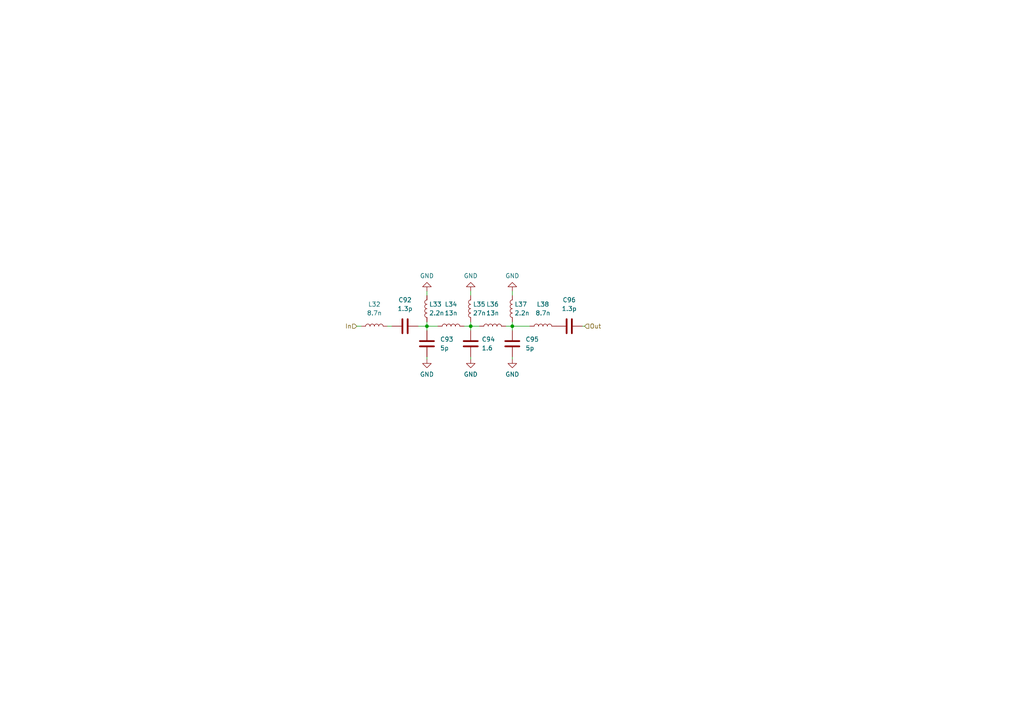
<source format=kicad_sch>
(kicad_sch (version 20211123) (generator eeschema)
  (paper "A4")
  (lib_symbols
    (symbol "Device:C" (pin_numbers hide) (pin_names (offset 0.254))
      (property "Reference" "C" (at 0.635 2.54 0))
      (property "Value" "C" (at 0.635 -2.54 0))
      (symbol "C_0_1"
        (polyline (pts (xy -2.032 -0.762) (xy 2.032 -0.762)) (stroke (width 0.508)))
        (polyline (pts (xy -2.032 0.762) (xy 2.032 0.762)) (stroke (width 0.508)))
      )
      (symbol "C_1_1"
        (pin passive line (at 0 3.81 270) (length 2.794) (name "~") (number "1"))
        (pin passive line (at 0 -3.81 90) (length 2.794) (name "~") (number "2"))
      )
    )
    (symbol "Device:L" (pin_numbers hide) (pin_names (offset 1.016) hide)
      (property "Reference" "L" (at -1.27 0 90))
      (property "Value" "L" (at 1.905 0 90))
      (symbol "L_0_1"
        (arc (start 0 -2.54) (mid 0.635 -1.905) (end 0 -1.27))
        (arc (start 0 -1.27) (mid 0.635 -0.635) (end 0 0))
        (arc (start 0 0) (mid 0.635 0.635) (end 0 1.27))
        (arc (start 0 1.27) (mid 0.635 1.905) (end 0 2.54))
      )
      (symbol "L_1_1"
        (pin passive line (at 0 3.81 270) (length 1.27) (name "1") (number "1"))
        (pin passive line (at 0 -3.81 90) (length 1.27) (name "2") (number "2"))
      )
    )
    (symbol "power:GND" (power) (pin_names (offset 0))
      (property "Value" "GND" (at 0 -3.81 0))
      (symbol "GND_0_1"
        (polyline (pts (xy 0 0) (xy 0 -1.27) (xy 1.27 -1.27) (xy 0 -2.54) (xy -1.27 -1.27) (xy 0 -1.27)))
      )
      (symbol "GND_1_1"
        (pin power_in line (at 0 0 270) (length 0) hide (name "GND") (number "1"))
      )
    )
  )
  (junction (at 123.825 94.615))
  (junction (at 148.59 94.615))
  (junction (at 136.525 94.615))
  (wire (pts (xy 148.59 84.455) (xy 148.59 85.725)))
  (wire (pts (xy 146.685 94.615) (xy 148.59 94.615)))
  (wire (pts (xy 136.525 84.455) (xy 136.525 85.725)))
  (wire (pts (xy 136.525 103.505) (xy 136.525 104.14)))
  (wire (pts (xy 148.59 94.615) (xy 148.59 95.885)))
  (wire (pts (xy 148.59 93.345) (xy 148.59 94.615)))
  (wire (pts (xy 123.825 94.615) (xy 123.825 95.885)))
  (wire (pts (xy 123.825 103.505) (xy 123.825 104.14)))
  (wire (pts (xy 148.59 103.505) (xy 148.59 104.14)))
  (wire (pts (xy 112.395 94.615) (xy 113.665 94.615)))
  (wire (pts (xy 148.59 94.615) (xy 153.67 94.615)))
  (wire (pts (xy 123.825 94.615) (xy 127 94.615)))
  (wire (pts (xy 136.525 94.615) (xy 136.525 95.885)))
  (wire (pts (xy 103.505 94.615) (xy 104.775 94.615)))
  (wire (pts (xy 134.62 94.615) (xy 136.525 94.615)))
  (wire (pts (xy 136.525 94.615) (xy 136.525 93.345)))
  (wire (pts (xy 121.285 94.615) (xy 123.825 94.615)))
  (wire (pts (xy 123.825 84.455) (xy 123.825 85.725)))
  (wire (pts (xy 136.525 94.615) (xy 139.065 94.615)))
  (wire (pts (xy 168.91 94.615) (xy 169.545 94.615)))
  (wire (pts (xy 123.825 93.345) (xy 123.825 94.615)))
  (hierarchical_label "Out" (shape input) (at 169.545 94.615 0))
  (hierarchical_label "In" (shape input) (at 103.505 94.615 180))
  (symbol (lib_id "Device:L") (at 142.875 94.615 90) (unit 1)
    (property "Reference" "L36" (at 142.875 88.265 90))
    (property "Value" "13n" (at 142.875 90.805 90))
    (property "Footprint" "Inductor_SMD:L_0402_1005Metric" (effects hide))
    (property "MPN" "LQW15AN13NG00D" (effects hide))
    (property "LCSC" "C341684" (effects hide))
  )
  (symbol (lib_id "Device:L") (at 136.525 89.535 180) (unit 1)
    (property "Reference" "L35" (at 137.16 88.2649 0) (effects (justify right)))
    (property "Value" "27n" (at 137.16 90.8049 0) (effects (justify right)))
    (property "Footprint" "Inductor_SMD:L_0402_1005Metric" (effects hide))
    (property "MPN" "LQW15AN27NG80D" (effects hide))
    (property "LCSC" "C882469" (effects hide))
  )
  (symbol (lib_id "Device:C") (at 148.59 99.695 180) (unit 1)
    (property "Reference" "C95" (at 152.4 98.4249 0) (effects (justify right)))
    (property "Value" "5p" (at 152.4 100.9649 0) (effects (justify right)))
    (property "Footprint" "Capacitor_SMD:C_0402_1005Metric" (effects hide))
    (property "MPN" "GJM1555C1H5R0BB01D" (effects hide))
    (property "LCSC" "C161328" (effects hide))
  )
  (symbol (lib_id "power:GND") (at 148.59 104.14 0) (unit 1)
    (property "Reference" "#PWR0200" (effects hide))
    (property "Value" "GND" (at 148.59 108.585 0))
  )
  (symbol (lib_id "power:GND") (at 136.525 104.14 0) (unit 1)
    (property "Reference" "#PWR0199" (effects hide))
    (property "Value" "GND" (at 136.525 108.585 0))
  )
  (symbol (lib_id "Device:C") (at 136.525 99.695 180) (unit 1)
    (property "Reference" "C94" (at 139.7 98.4249 0) (effects (justify right)))
    (property "Value" "1.6" (at 139.7 100.9649 0) (effects (justify right)))
    (property "Footprint" "Capacitor_SMD:C_0402_1005Metric" (effects hide))
    (property "MPN" "GJM1555C1H1R6WB01D" (effects hide))
    (property "LCSC" "C88881" (effects hide))
  )
  (symbol (lib_id "power:GND") (at 148.59 84.455 180) (unit 1)
    (property "Reference" "#PWR0105" (effects hide))
    (property "Value" "GND" (at 148.59 80.01 0))
  )
  (symbol (lib_id "power:GND") (at 136.525 84.455 180) (unit 1)
    (property "Reference" "#PWR0106" (effects hide))
    (property "Value" "GND" (at 136.525 80.01 0))
  )
  (symbol (lib_id "power:GND") (at 123.825 84.455 180) (unit 1)
    (property "Reference" "#PWR0150" (effects hide))
    (property "Value" "GND" (at 123.825 80.01 0))
  )
  (symbol (lib_id "Device:L") (at 148.59 89.535 180) (unit 1)
    (property "Reference" "L37" (at 149.225 88.2649 0) (effects (justify right)))
    (property "Value" "2.2n" (at 149.225 90.8049 0) (effects (justify right)))
    (property "Footprint" "Inductor_SMD:L_0402_1005Metric" (effects hide))
    (property "MPN" "LQW15AN2N2G80D" (effects hide))
    (property "LCSC" "C412264" (effects hide))
  )
  (symbol (lib_id "Device:C") (at 117.475 94.615 270) (unit 1)
    (property "Reference" "C92" (at 117.475 86.995 90))
    (property "Value" "1.3p" (at 117.475 89.535 90))
    (property "Footprint" "Capacitor_SMD:C_0402_1005Metric" (effects hide))
    (property "MPN" "GJM1555C1H1R3WB01D" (effects hide))
    (property "LCSC" "C88880" (effects hide))
  )
  (symbol (lib_id "Device:L") (at 130.81 94.615 90) (unit 1)
    (property "Reference" "L34" (at 130.81 88.265 90))
    (property "Value" "13n" (at 130.81 90.805 90))
    (property "Footprint" "Inductor_SMD:L_0402_1005Metric" (effects hide))
    (property "MPN" "LQW15AN13NG00D" (effects hide))
    (property "LCSC" "C341684" (effects hide))
  )
  (symbol (lib_id "Device:L") (at 157.48 94.615 90) (unit 1)
    (property "Reference" "L38" (at 157.48 88.265 90))
    (property "Value" "8.7n" (at 157.48 90.805 90))
    (property "Footprint" "Inductor_SMD:L_0402_1005Metric" (effects hide))
    (property "MPN" "LQW15AN8N7G00D" (effects hide))
    (property "LCSC" "C269828" (effects hide))
  )
  (symbol (lib_id "Device:L") (at 108.585 94.615 90) (unit 1)
    (property "Reference" "L32" (at 108.585 88.265 90))
    (property "Value" "8.7n" (at 108.585 90.805 90))
    (property "Footprint" "Inductor_SMD:L_0402_1005Metric" (effects hide))
    (property "MPN" "LQW15AN8N7G00D" (effects hide))
    (property "LCSC" "C269828" (effects hide))
  )
  (symbol (lib_id "Device:L") (at 123.825 89.535 180) (unit 1)
    (property "Reference" "L33" (at 124.46 88.2649 0) (effects (justify right)))
    (property "Value" "2.2n" (at 124.46 90.8049 0) (effects (justify right)))
    (property "Footprint" "Inductor_SMD:L_0402_1005Metric" (effects hide))
    (property "MPN" "LQW15AN2N2G80D" (effects hide))
    (property "LCSC" "C412264" (effects hide))
  )
  (symbol (lib_id "Device:C") (at 123.825 99.695 180) (unit 1)
    (property "Reference" "C93" (at 127.635 98.4249 0) (effects (justify right)))
    (property "Value" "5p" (at 127.635 100.9649 0) (effects (justify right)))
    (property "Footprint" "Capacitor_SMD:C_0402_1005Metric" (effects hide))
    (property "MPN" "GJM1555C1H5R0BB01D" (effects hide))
    (property "LCSC" "C161328" (effects hide))
  )
  (symbol (lib_id "Device:C") (at 165.1 94.615 270) (unit 1)
    (property "Reference" "C96" (at 165.1 86.995 90))
    (property "Value" "1.3p" (at 165.1 89.535 90))
    (property "Footprint" "Capacitor_SMD:C_0402_1005Metric" (effects hide))
    (property "MPN" "GJM1555C1H1R3WB01D" (effects hide))
    (property "LCSC" "C88880" (effects hide))
  )
  (symbol (lib_id "power:GND") (at 123.825 104.14 0) (unit 1)
    (property "Reference" "#PWR0201" (effects hide))
    (property "Value" "GND" (at 123.825 108.585 0))
  )
)
</source>
